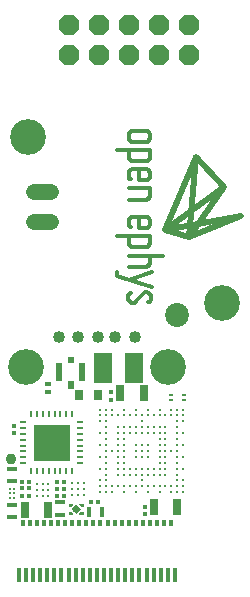
<source format=gts>
G75*
%MOIN*%
%OFA0B0*%
%FSLAX25Y25*%
%IPPOS*%
%LPD*%
%AMOC8*
5,1,8,0,0,1.08239X$1,22.5*
%
%ADD10C,0.04016*%
%ADD11R,0.01654X0.01260*%
%ADD12R,0.03228X0.01654*%
%ADD13R,0.01654X0.03228*%
%ADD14R,0.05984X0.09921*%
%ADD15C,0.00200*%
%ADD16R,0.12283X0.12283*%
%ADD17R,0.01063X0.02441*%
%ADD18R,0.02441X0.01063*%
%ADD19R,0.02047X0.02835*%
%ADD20R,0.02441X0.05984*%
%ADD21R,0.02047X0.02441*%
%ADD22R,0.02441X0.01457*%
%ADD23C,0.01063*%
%ADD24R,0.01457X0.00866*%
%ADD25R,0.01260X0.05000*%
%ADD26R,0.01260X0.02441*%
%ADD27OC8,0.06679*%
%ADD28C,0.03622*%
%ADD29C,0.05479*%
%ADD30C,0.07953*%
%ADD31C,0.02165*%
%ADD32C,0.01417*%
%ADD33R,0.02835X0.05197*%
%ADD34R,0.01260X0.01654*%
%ADD35R,0.02835X0.03622*%
%ADD36C,0.01197*%
%ADD37C,0.11890*%
D10*
X0185205Y0129300D03*
X0191701Y0129300D03*
X0198197Y0129300D03*
X0204103Y0129300D03*
X0210599Y0129300D03*
D11*
X0202607Y0110993D03*
X0202607Y0108630D03*
X0170441Y0099772D03*
X0170441Y0097410D03*
X0213945Y0072804D03*
X0213945Y0070441D03*
D12*
X0169575Y0069365D03*
X0169575Y0073565D03*
X0169654Y0081333D03*
X0169654Y0085533D03*
X0185756Y0074313D03*
X0185756Y0070113D03*
D13*
X0195507Y0071111D03*
X0199707Y0071111D03*
D14*
X0200166Y0119260D03*
X0210402Y0119260D03*
D15*
X0193217Y0073807D02*
X0193217Y0073178D01*
X0192626Y0073178D01*
X0191996Y0073807D01*
X0193217Y0073807D01*
X0193217Y0073782D02*
X0192022Y0073782D01*
X0192220Y0073583D02*
X0193217Y0073583D01*
X0193217Y0073385D02*
X0192419Y0073385D01*
X0192618Y0073186D02*
X0193217Y0073186D01*
X0192250Y0072213D02*
X0190914Y0073549D01*
X0189578Y0072213D01*
X0190914Y0070877D01*
X0192250Y0072213D01*
X0192231Y0072194D02*
X0189597Y0072194D01*
X0189757Y0072392D02*
X0192071Y0072392D01*
X0191872Y0072591D02*
X0189955Y0072591D01*
X0190154Y0072789D02*
X0191674Y0072789D01*
X0191475Y0072988D02*
X0190352Y0072988D01*
X0190551Y0073186D02*
X0191277Y0073186D01*
X0191078Y0073385D02*
X0190749Y0073385D01*
X0189831Y0073807D02*
X0189201Y0073178D01*
X0188611Y0073178D01*
X0188611Y0073807D01*
X0189831Y0073807D01*
X0189806Y0073782D02*
X0188611Y0073782D01*
X0188611Y0073583D02*
X0189607Y0073583D01*
X0189409Y0073385D02*
X0188611Y0073385D01*
X0188611Y0073186D02*
X0189210Y0073186D01*
X0189795Y0071995D02*
X0192032Y0071995D01*
X0191834Y0071797D02*
X0189994Y0071797D01*
X0190192Y0071598D02*
X0191635Y0071598D01*
X0191437Y0071400D02*
X0190391Y0071400D01*
X0190589Y0071201D02*
X0191238Y0071201D01*
X0191040Y0071003D02*
X0190788Y0071003D01*
X0189831Y0070619D02*
X0189201Y0071248D01*
X0188611Y0071248D01*
X0188611Y0070619D01*
X0189831Y0070619D01*
X0189645Y0070804D02*
X0188611Y0070804D01*
X0188611Y0071003D02*
X0189447Y0071003D01*
X0189248Y0071201D02*
X0188611Y0071201D01*
X0191996Y0070619D02*
X0192626Y0071248D01*
X0193217Y0071248D01*
X0193217Y0070619D01*
X0191996Y0070619D01*
X0192182Y0070804D02*
X0193217Y0070804D01*
X0193217Y0071003D02*
X0192381Y0071003D01*
X0192579Y0071201D02*
X0193217Y0071201D01*
D16*
X0182882Y0094260D03*
D17*
X0181898Y0084811D03*
X0179930Y0084811D03*
X0177961Y0084811D03*
X0175993Y0084811D03*
X0183867Y0084811D03*
X0185835Y0084811D03*
X0187804Y0084811D03*
X0189772Y0084811D03*
X0189772Y0103709D03*
X0187804Y0103709D03*
X0185835Y0103709D03*
X0183867Y0103709D03*
X0181898Y0103709D03*
X0179930Y0103709D03*
X0177961Y0103709D03*
X0175993Y0103709D03*
D18*
X0173433Y0101150D03*
X0173433Y0099181D03*
X0173433Y0097213D03*
X0173433Y0095244D03*
X0173433Y0093276D03*
X0173433Y0091307D03*
X0173433Y0089339D03*
X0173433Y0087370D03*
X0192331Y0087370D03*
X0192331Y0089339D03*
X0192331Y0091307D03*
X0192331Y0093276D03*
X0192331Y0095244D03*
X0192331Y0097213D03*
X0192331Y0099181D03*
X0192331Y0101150D03*
D19*
X0189221Y0113552D03*
D20*
X0193158Y0117882D03*
X0185284Y0117882D03*
D21*
X0189221Y0121819D03*
D22*
X0181819Y0113650D03*
X0181819Y0111091D03*
D23*
X0199181Y0105284D03*
X0199181Y0103315D03*
X0199181Y0101347D03*
X0201150Y0101347D03*
X0201150Y0103315D03*
X0203119Y0103315D03*
X0205087Y0103315D03*
X0207056Y0103315D03*
X0209024Y0103315D03*
X0210993Y0103315D03*
X0212961Y0103315D03*
X0212961Y0101347D03*
X0212961Y0099378D03*
X0212961Y0097410D03*
X0210993Y0097410D03*
X0210993Y0099378D03*
X0209024Y0099378D03*
X0209024Y0097410D03*
X0207056Y0097410D03*
X0207056Y0099378D03*
X0205087Y0099378D03*
X0205087Y0097410D03*
X0205087Y0095441D03*
X0205087Y0093473D03*
X0207056Y0093473D03*
X0207056Y0095441D03*
X0210993Y0093473D03*
X0212961Y0093473D03*
X0214930Y0093473D03*
X0214930Y0091504D03*
X0214930Y0089536D03*
X0212961Y0089536D03*
X0212961Y0091504D03*
X0210993Y0091504D03*
X0210993Y0089536D03*
X0207056Y0089536D03*
X0207056Y0091504D03*
X0205087Y0091504D03*
X0205087Y0089536D03*
X0205087Y0087567D03*
X0205087Y0085599D03*
X0207056Y0085599D03*
X0209024Y0085599D03*
X0210993Y0085599D03*
X0212961Y0085599D03*
X0214930Y0085599D03*
X0216898Y0085599D03*
X0218867Y0085599D03*
X0220835Y0085599D03*
X0220835Y0087567D03*
X0218867Y0087567D03*
X0218867Y0089536D03*
X0220835Y0089536D03*
X0220835Y0091504D03*
X0218867Y0091504D03*
X0218867Y0093473D03*
X0220835Y0093473D03*
X0220835Y0095441D03*
X0218867Y0095441D03*
X0218867Y0097410D03*
X0220835Y0097410D03*
X0220835Y0099378D03*
X0218867Y0099378D03*
X0216898Y0099378D03*
X0216898Y0097410D03*
X0214930Y0097410D03*
X0214930Y0099378D03*
X0214930Y0103315D03*
X0216898Y0103315D03*
X0218867Y0103315D03*
X0220835Y0103315D03*
X0222804Y0103315D03*
X0224772Y0103315D03*
X0224772Y0101347D03*
X0226741Y0101347D03*
X0226741Y0103315D03*
X0226741Y0105284D03*
X0224772Y0105284D03*
X0222804Y0105284D03*
X0218867Y0105284D03*
X0214930Y0105284D03*
X0210993Y0105284D03*
X0207056Y0105284D03*
X0203119Y0105284D03*
X0201150Y0105284D03*
X0201150Y0099378D03*
X0201150Y0097410D03*
X0199181Y0097410D03*
X0201150Y0095441D03*
X0201150Y0093473D03*
X0199181Y0093473D03*
X0201150Y0091504D03*
X0201150Y0089536D03*
X0199181Y0089536D03*
X0201150Y0087567D03*
X0201150Y0085599D03*
X0199181Y0085599D03*
X0201150Y0083630D03*
X0201150Y0081662D03*
X0199181Y0081662D03*
X0199181Y0079693D03*
X0199181Y0077725D03*
X0201150Y0077725D03*
X0201150Y0079693D03*
X0203119Y0079693D03*
X0205087Y0079693D03*
X0207056Y0079693D03*
X0209024Y0079693D03*
X0210993Y0079693D03*
X0212961Y0079693D03*
X0214930Y0079693D03*
X0216898Y0079693D03*
X0218867Y0079693D03*
X0220835Y0079693D03*
X0222804Y0079693D03*
X0224772Y0079693D03*
X0224772Y0077725D03*
X0222804Y0077725D03*
X0226741Y0077725D03*
X0226741Y0079693D03*
X0226741Y0081662D03*
X0224772Y0081662D03*
X0224772Y0083630D03*
X0224772Y0085599D03*
X0224772Y0087567D03*
X0224772Y0089536D03*
X0224772Y0091504D03*
X0222804Y0091504D03*
X0224772Y0093473D03*
X0224772Y0095441D03*
X0224772Y0097410D03*
X0224772Y0099378D03*
X0226741Y0097410D03*
X0226741Y0093473D03*
X0226741Y0089536D03*
X0226741Y0085599D03*
X0220835Y0083630D03*
X0218867Y0083630D03*
X0216898Y0083630D03*
X0214930Y0083630D03*
X0212961Y0083630D03*
X0212961Y0081662D03*
X0210993Y0083630D03*
X0209024Y0083630D03*
X0207056Y0083630D03*
X0205087Y0083630D03*
X0207056Y0087567D03*
X0203119Y0091504D03*
X0193670Y0080874D03*
X0193670Y0078906D03*
X0193670Y0076937D03*
X0191701Y0076937D03*
X0189733Y0076937D03*
X0189733Y0078906D03*
X0191701Y0078906D03*
X0191701Y0080874D03*
X0189733Y0080874D03*
X0181859Y0080481D03*
X0181859Y0078512D03*
X0181859Y0076544D03*
X0179890Y0076544D03*
X0179890Y0078512D03*
X0177922Y0078512D03*
X0177922Y0076544D03*
X0177922Y0080481D03*
X0179890Y0080481D03*
X0203119Y0077725D03*
X0207056Y0077725D03*
X0210993Y0077725D03*
X0214930Y0077725D03*
X0218867Y0077725D03*
D24*
X0222607Y0108630D03*
X0222607Y0110205D03*
X0226937Y0110205D03*
X0226937Y0108630D03*
D25*
X0223985Y0050040D03*
X0221622Y0050040D03*
X0219260Y0050040D03*
X0216898Y0050040D03*
X0214536Y0050040D03*
X0212174Y0050040D03*
X0209811Y0050040D03*
X0207449Y0050040D03*
X0205087Y0050040D03*
X0202725Y0050040D03*
X0200363Y0050040D03*
X0198000Y0050040D03*
X0195638Y0050040D03*
X0193276Y0050040D03*
X0190914Y0050040D03*
X0188552Y0050040D03*
X0186189Y0050040D03*
X0183827Y0050040D03*
X0181465Y0050040D03*
X0179103Y0050040D03*
X0176741Y0050040D03*
X0174378Y0050040D03*
X0172016Y0050040D03*
D26*
X0173197Y0067363D03*
X0175559Y0067363D03*
X0177922Y0067363D03*
X0180284Y0067363D03*
X0182646Y0067363D03*
X0185008Y0067363D03*
X0187370Y0067363D03*
X0189733Y0067363D03*
X0192095Y0067363D03*
X0194457Y0067363D03*
X0196819Y0067363D03*
X0199181Y0067363D03*
X0201544Y0067363D03*
X0203906Y0067363D03*
X0206268Y0067363D03*
X0208630Y0067363D03*
X0210993Y0067363D03*
X0213355Y0067363D03*
X0215717Y0067363D03*
X0218079Y0067363D03*
X0220441Y0067363D03*
X0222804Y0067363D03*
D27*
X0218630Y0223512D03*
X0228630Y0223512D03*
X0228630Y0233512D03*
X0218630Y0233512D03*
X0208630Y0233512D03*
X0198630Y0233512D03*
X0188630Y0233512D03*
X0188630Y0223512D03*
X0198630Y0223512D03*
X0208630Y0223512D03*
D28*
X0169496Y0088670D03*
D29*
X0177190Y0167882D02*
X0182590Y0167882D01*
X0182590Y0177882D02*
X0177190Y0177882D01*
D30*
X0224772Y0136780D03*
D31*
X0228709Y0162764D02*
X0240520Y0179300D01*
X0220835Y0165126D01*
X0246032Y0169851D01*
X0228709Y0162764D01*
X0220835Y0165126D01*
X0231071Y0189536D01*
X0240520Y0179300D01*
X0231071Y0189536D02*
X0228709Y0162764D01*
D32*
X0219969Y0156622D02*
X0208788Y0156622D01*
X0210126Y0159457D02*
X0214221Y0159457D01*
X0214295Y0159459D01*
X0214369Y0159465D01*
X0214443Y0159474D01*
X0214516Y0159488D01*
X0214588Y0159505D01*
X0214659Y0159526D01*
X0214729Y0159551D01*
X0214797Y0159580D01*
X0214864Y0159611D01*
X0214930Y0159647D01*
X0214993Y0159686D01*
X0215054Y0159728D01*
X0215113Y0159773D01*
X0215169Y0159821D01*
X0215223Y0159872D01*
X0215274Y0159926D01*
X0215322Y0159982D01*
X0215367Y0160041D01*
X0215409Y0160102D01*
X0215448Y0160166D01*
X0215484Y0160231D01*
X0215515Y0160298D01*
X0215544Y0160366D01*
X0215569Y0160436D01*
X0215590Y0160507D01*
X0215607Y0160579D01*
X0215621Y0160652D01*
X0215630Y0160726D01*
X0215636Y0160800D01*
X0215638Y0160874D01*
X0215638Y0163237D01*
X0208709Y0163237D01*
X0208709Y0160874D01*
X0208711Y0160800D01*
X0208717Y0160726D01*
X0208726Y0160652D01*
X0208740Y0160579D01*
X0208757Y0160507D01*
X0208778Y0160436D01*
X0208803Y0160366D01*
X0208832Y0160298D01*
X0208863Y0160231D01*
X0208899Y0160166D01*
X0208938Y0160102D01*
X0208980Y0160041D01*
X0209025Y0159982D01*
X0209073Y0159926D01*
X0209124Y0159872D01*
X0209178Y0159821D01*
X0209234Y0159773D01*
X0209293Y0159728D01*
X0209354Y0159686D01*
X0209418Y0159647D01*
X0209483Y0159611D01*
X0209550Y0159580D01*
X0209618Y0159551D01*
X0209688Y0159526D01*
X0209759Y0159505D01*
X0209831Y0159488D01*
X0209904Y0159474D01*
X0209978Y0159465D01*
X0210052Y0159459D01*
X0210126Y0159457D01*
X0208630Y0163237D02*
X0204536Y0163237D01*
X0208709Y0166701D02*
X0208709Y0168119D01*
X0208711Y0168193D01*
X0208717Y0168267D01*
X0208726Y0168341D01*
X0208740Y0168414D01*
X0208757Y0168486D01*
X0208778Y0168557D01*
X0208803Y0168627D01*
X0208832Y0168695D01*
X0208863Y0168762D01*
X0208899Y0168828D01*
X0208938Y0168891D01*
X0208980Y0168952D01*
X0209025Y0169011D01*
X0209073Y0169067D01*
X0209124Y0169121D01*
X0209178Y0169172D01*
X0209234Y0169220D01*
X0209293Y0169265D01*
X0209354Y0169307D01*
X0209418Y0169346D01*
X0209483Y0169382D01*
X0209550Y0169413D01*
X0209618Y0169442D01*
X0209688Y0169467D01*
X0209759Y0169488D01*
X0209831Y0169505D01*
X0209904Y0169519D01*
X0209978Y0169528D01*
X0210052Y0169534D01*
X0210126Y0169536D01*
X0214221Y0169536D01*
X0214295Y0169534D01*
X0214369Y0169528D01*
X0214443Y0169519D01*
X0214516Y0169505D01*
X0214588Y0169488D01*
X0214659Y0169467D01*
X0214729Y0169442D01*
X0214797Y0169413D01*
X0214864Y0169382D01*
X0214930Y0169346D01*
X0214993Y0169307D01*
X0215054Y0169265D01*
X0215113Y0169220D01*
X0215169Y0169172D01*
X0215223Y0169121D01*
X0215274Y0169067D01*
X0215322Y0169011D01*
X0215367Y0168952D01*
X0215409Y0168891D01*
X0215448Y0168828D01*
X0215484Y0168762D01*
X0215515Y0168695D01*
X0215544Y0168627D01*
X0215569Y0168557D01*
X0215590Y0168486D01*
X0215607Y0168414D01*
X0215621Y0168341D01*
X0215630Y0168267D01*
X0215636Y0168193D01*
X0215638Y0168119D01*
X0215638Y0167174D01*
X0215636Y0167100D01*
X0215630Y0167026D01*
X0215621Y0166952D01*
X0215607Y0166879D01*
X0215590Y0166807D01*
X0215569Y0166736D01*
X0215544Y0166666D01*
X0215515Y0166598D01*
X0215484Y0166531D01*
X0215448Y0166466D01*
X0215409Y0166402D01*
X0215367Y0166341D01*
X0215322Y0166282D01*
X0215274Y0166226D01*
X0215223Y0166172D01*
X0215169Y0166121D01*
X0215113Y0166073D01*
X0215054Y0166028D01*
X0214993Y0165986D01*
X0214930Y0165947D01*
X0214864Y0165911D01*
X0214797Y0165880D01*
X0214729Y0165851D01*
X0214659Y0165826D01*
X0214588Y0165805D01*
X0214516Y0165788D01*
X0214443Y0165774D01*
X0214369Y0165765D01*
X0214295Y0165759D01*
X0214221Y0165757D01*
X0214063Y0165756D02*
X0212174Y0165756D01*
X0212174Y0169063D01*
X0209260Y0166150D02*
X0209214Y0166152D01*
X0209169Y0166158D01*
X0209125Y0166167D01*
X0209081Y0166180D01*
X0209039Y0166196D01*
X0208998Y0166216D01*
X0208959Y0166240D01*
X0208922Y0166266D01*
X0208887Y0166296D01*
X0208855Y0166328D01*
X0208825Y0166363D01*
X0208799Y0166400D01*
X0208775Y0166439D01*
X0208755Y0166480D01*
X0208739Y0166522D01*
X0208726Y0166566D01*
X0208717Y0166610D01*
X0208711Y0166655D01*
X0208709Y0166701D01*
X0208709Y0175205D02*
X0214221Y0175205D01*
X0214295Y0175207D01*
X0214369Y0175213D01*
X0214443Y0175222D01*
X0214516Y0175236D01*
X0214588Y0175253D01*
X0214659Y0175274D01*
X0214729Y0175299D01*
X0214797Y0175328D01*
X0214864Y0175359D01*
X0214930Y0175395D01*
X0214993Y0175434D01*
X0215054Y0175476D01*
X0215113Y0175521D01*
X0215169Y0175569D01*
X0215223Y0175620D01*
X0215274Y0175674D01*
X0215322Y0175730D01*
X0215367Y0175789D01*
X0215409Y0175850D01*
X0215448Y0175914D01*
X0215484Y0175979D01*
X0215515Y0176046D01*
X0215544Y0176114D01*
X0215569Y0176184D01*
X0215590Y0176255D01*
X0215607Y0176327D01*
X0215621Y0176400D01*
X0215630Y0176474D01*
X0215636Y0176548D01*
X0215638Y0176622D01*
X0215638Y0178985D01*
X0208709Y0178985D01*
X0208709Y0182607D02*
X0208709Y0184024D01*
X0208711Y0184098D01*
X0208717Y0184172D01*
X0208726Y0184246D01*
X0208740Y0184319D01*
X0208757Y0184391D01*
X0208778Y0184462D01*
X0208803Y0184532D01*
X0208832Y0184600D01*
X0208863Y0184667D01*
X0208899Y0184733D01*
X0208938Y0184796D01*
X0208980Y0184857D01*
X0209025Y0184916D01*
X0209073Y0184972D01*
X0209124Y0185026D01*
X0209178Y0185077D01*
X0209234Y0185125D01*
X0209293Y0185170D01*
X0209354Y0185212D01*
X0209418Y0185251D01*
X0209483Y0185287D01*
X0209550Y0185318D01*
X0209618Y0185347D01*
X0209688Y0185372D01*
X0209759Y0185393D01*
X0209831Y0185410D01*
X0209904Y0185424D01*
X0209978Y0185433D01*
X0210052Y0185439D01*
X0210126Y0185441D01*
X0214221Y0185441D01*
X0214295Y0185439D01*
X0214369Y0185433D01*
X0214443Y0185424D01*
X0214516Y0185410D01*
X0214588Y0185393D01*
X0214659Y0185372D01*
X0214729Y0185347D01*
X0214797Y0185318D01*
X0214864Y0185287D01*
X0214930Y0185251D01*
X0214993Y0185212D01*
X0215054Y0185170D01*
X0215113Y0185125D01*
X0215169Y0185077D01*
X0215223Y0185026D01*
X0215274Y0184972D01*
X0215322Y0184916D01*
X0215367Y0184857D01*
X0215409Y0184796D01*
X0215448Y0184733D01*
X0215484Y0184667D01*
X0215515Y0184600D01*
X0215544Y0184532D01*
X0215569Y0184462D01*
X0215590Y0184391D01*
X0215607Y0184319D01*
X0215621Y0184246D01*
X0215630Y0184172D01*
X0215636Y0184098D01*
X0215638Y0184024D01*
X0215638Y0183079D01*
X0215636Y0183005D01*
X0215630Y0182931D01*
X0215621Y0182857D01*
X0215607Y0182784D01*
X0215590Y0182712D01*
X0215569Y0182641D01*
X0215544Y0182571D01*
X0215515Y0182503D01*
X0215484Y0182436D01*
X0215448Y0182371D01*
X0215409Y0182307D01*
X0215367Y0182246D01*
X0215322Y0182187D01*
X0215274Y0182131D01*
X0215223Y0182077D01*
X0215169Y0182026D01*
X0215113Y0181978D01*
X0215054Y0181933D01*
X0214993Y0181891D01*
X0214930Y0181852D01*
X0214864Y0181816D01*
X0214797Y0181785D01*
X0214729Y0181756D01*
X0214659Y0181731D01*
X0214588Y0181710D01*
X0214516Y0181693D01*
X0214443Y0181679D01*
X0214369Y0181670D01*
X0214295Y0181664D01*
X0214221Y0181662D01*
X0214063Y0181662D02*
X0212174Y0181662D01*
X0212174Y0184969D01*
X0214221Y0188040D02*
X0210126Y0188040D01*
X0210052Y0188042D01*
X0209978Y0188048D01*
X0209904Y0188057D01*
X0209831Y0188071D01*
X0209759Y0188088D01*
X0209688Y0188109D01*
X0209618Y0188134D01*
X0209550Y0188163D01*
X0209483Y0188194D01*
X0209418Y0188230D01*
X0209354Y0188269D01*
X0209293Y0188311D01*
X0209234Y0188356D01*
X0209178Y0188404D01*
X0209124Y0188455D01*
X0209073Y0188509D01*
X0209025Y0188565D01*
X0208980Y0188624D01*
X0208938Y0188685D01*
X0208899Y0188749D01*
X0208863Y0188814D01*
X0208832Y0188881D01*
X0208803Y0188949D01*
X0208778Y0189019D01*
X0208757Y0189090D01*
X0208740Y0189162D01*
X0208726Y0189235D01*
X0208717Y0189309D01*
X0208711Y0189383D01*
X0208709Y0189457D01*
X0208709Y0191819D01*
X0215638Y0191819D01*
X0215638Y0189457D01*
X0215636Y0189383D01*
X0215630Y0189309D01*
X0215621Y0189235D01*
X0215607Y0189162D01*
X0215590Y0189090D01*
X0215569Y0189019D01*
X0215544Y0188949D01*
X0215515Y0188881D01*
X0215484Y0188814D01*
X0215448Y0188749D01*
X0215409Y0188685D01*
X0215367Y0188624D01*
X0215322Y0188565D01*
X0215274Y0188509D01*
X0215223Y0188455D01*
X0215169Y0188404D01*
X0215113Y0188356D01*
X0215054Y0188311D01*
X0214993Y0188269D01*
X0214930Y0188230D01*
X0214864Y0188194D01*
X0214797Y0188163D01*
X0214729Y0188134D01*
X0214659Y0188109D01*
X0214588Y0188088D01*
X0214516Y0188071D01*
X0214443Y0188057D01*
X0214369Y0188048D01*
X0214295Y0188042D01*
X0214221Y0188040D01*
X0214221Y0194457D02*
X0210126Y0194457D01*
X0210052Y0194459D01*
X0209978Y0194465D01*
X0209904Y0194474D01*
X0209831Y0194488D01*
X0209759Y0194505D01*
X0209688Y0194526D01*
X0209618Y0194551D01*
X0209550Y0194580D01*
X0209483Y0194611D01*
X0209418Y0194647D01*
X0209354Y0194686D01*
X0209293Y0194728D01*
X0209234Y0194773D01*
X0209178Y0194821D01*
X0209124Y0194872D01*
X0209073Y0194926D01*
X0209025Y0194982D01*
X0208980Y0195041D01*
X0208938Y0195102D01*
X0208899Y0195166D01*
X0208863Y0195231D01*
X0208832Y0195298D01*
X0208803Y0195366D01*
X0208778Y0195436D01*
X0208757Y0195507D01*
X0208740Y0195579D01*
X0208726Y0195652D01*
X0208717Y0195726D01*
X0208711Y0195800D01*
X0208709Y0195874D01*
X0208709Y0195993D02*
X0208709Y0196741D01*
X0208709Y0196780D02*
X0208711Y0196854D01*
X0208717Y0196928D01*
X0208726Y0197002D01*
X0208740Y0197075D01*
X0208757Y0197147D01*
X0208778Y0197218D01*
X0208803Y0197288D01*
X0208832Y0197356D01*
X0208863Y0197423D01*
X0208899Y0197489D01*
X0208938Y0197552D01*
X0208980Y0197613D01*
X0209025Y0197672D01*
X0209073Y0197728D01*
X0209124Y0197782D01*
X0209178Y0197833D01*
X0209234Y0197881D01*
X0209293Y0197926D01*
X0209354Y0197968D01*
X0209418Y0198007D01*
X0209483Y0198043D01*
X0209550Y0198074D01*
X0209618Y0198103D01*
X0209688Y0198128D01*
X0209759Y0198149D01*
X0209831Y0198166D01*
X0209904Y0198180D01*
X0209978Y0198189D01*
X0210052Y0198195D01*
X0210126Y0198197D01*
X0214221Y0198197D01*
X0214295Y0198195D01*
X0214369Y0198189D01*
X0214443Y0198180D01*
X0214516Y0198166D01*
X0214588Y0198149D01*
X0214659Y0198128D01*
X0214729Y0198103D01*
X0214797Y0198074D01*
X0214864Y0198043D01*
X0214930Y0198007D01*
X0214993Y0197968D01*
X0215054Y0197926D01*
X0215113Y0197881D01*
X0215169Y0197833D01*
X0215223Y0197782D01*
X0215274Y0197728D01*
X0215322Y0197672D01*
X0215367Y0197613D01*
X0215409Y0197552D01*
X0215448Y0197489D01*
X0215484Y0197423D01*
X0215515Y0197356D01*
X0215544Y0197288D01*
X0215569Y0197218D01*
X0215590Y0197147D01*
X0215607Y0197075D01*
X0215621Y0197002D01*
X0215630Y0196928D01*
X0215636Y0196854D01*
X0215638Y0196780D01*
X0215638Y0196662D02*
X0215638Y0195874D01*
X0215636Y0195800D01*
X0215630Y0195726D01*
X0215621Y0195652D01*
X0215607Y0195579D01*
X0215590Y0195507D01*
X0215569Y0195436D01*
X0215544Y0195366D01*
X0215515Y0195298D01*
X0215484Y0195231D01*
X0215448Y0195166D01*
X0215409Y0195102D01*
X0215367Y0195041D01*
X0215322Y0194982D01*
X0215274Y0194926D01*
X0215223Y0194872D01*
X0215169Y0194821D01*
X0215113Y0194773D01*
X0215054Y0194728D01*
X0214993Y0194686D01*
X0214930Y0194647D01*
X0214864Y0194611D01*
X0214797Y0194580D01*
X0214729Y0194551D01*
X0214659Y0194526D01*
X0214588Y0194505D01*
X0214516Y0194488D01*
X0214443Y0194474D01*
X0214369Y0194465D01*
X0214295Y0194459D01*
X0214221Y0194457D01*
X0208630Y0191819D02*
X0204536Y0191819D01*
X0208709Y0182607D02*
X0208711Y0182561D01*
X0208717Y0182516D01*
X0208726Y0182472D01*
X0208739Y0182428D01*
X0208755Y0182386D01*
X0208775Y0182345D01*
X0208799Y0182306D01*
X0208825Y0182269D01*
X0208855Y0182234D01*
X0208887Y0182202D01*
X0208922Y0182172D01*
X0208959Y0182146D01*
X0208998Y0182122D01*
X0209039Y0182102D01*
X0209081Y0182086D01*
X0209125Y0182073D01*
X0209169Y0182064D01*
X0209214Y0182058D01*
X0209260Y0182056D01*
X0215638Y0156071D02*
X0215638Y0154260D01*
X0215636Y0154186D01*
X0215630Y0154112D01*
X0215621Y0154038D01*
X0215607Y0153965D01*
X0215590Y0153893D01*
X0215569Y0153822D01*
X0215544Y0153752D01*
X0215515Y0153684D01*
X0215484Y0153617D01*
X0215448Y0153552D01*
X0215409Y0153488D01*
X0215367Y0153427D01*
X0215322Y0153368D01*
X0215274Y0153312D01*
X0215223Y0153258D01*
X0215169Y0153207D01*
X0215113Y0153159D01*
X0215054Y0153114D01*
X0214993Y0153072D01*
X0214930Y0153033D01*
X0214864Y0152997D01*
X0214797Y0152966D01*
X0214729Y0152937D01*
X0214659Y0152912D01*
X0214588Y0152891D01*
X0214516Y0152874D01*
X0214443Y0152860D01*
X0214369Y0152851D01*
X0214295Y0152845D01*
X0214221Y0152843D01*
X0208709Y0152764D01*
X0208788Y0148433D02*
X0216347Y0151032D01*
X0216347Y0145993D02*
X0205717Y0149300D01*
X0205559Y0149378D02*
X0204772Y0149930D01*
X0204615Y0150638D01*
X0204615Y0151032D01*
X0209103Y0144181D02*
X0209260Y0144181D01*
X0209103Y0144181D02*
X0208867Y0144024D01*
X0208630Y0143630D01*
X0208473Y0143315D01*
X0208473Y0143237D02*
X0208473Y0142292D01*
X0208475Y0142218D01*
X0208481Y0142144D01*
X0208490Y0142070D01*
X0208504Y0141997D01*
X0208521Y0141925D01*
X0208542Y0141854D01*
X0208567Y0141784D01*
X0208596Y0141716D01*
X0208627Y0141649D01*
X0208663Y0141584D01*
X0208702Y0141520D01*
X0208744Y0141459D01*
X0208789Y0141400D01*
X0208837Y0141344D01*
X0208888Y0141290D01*
X0208942Y0141239D01*
X0208998Y0141191D01*
X0209057Y0141146D01*
X0209118Y0141104D01*
X0209182Y0141065D01*
X0209247Y0141029D01*
X0209314Y0140998D01*
X0209382Y0140969D01*
X0209452Y0140944D01*
X0209523Y0140923D01*
X0209595Y0140906D01*
X0209668Y0140892D01*
X0209742Y0140883D01*
X0209816Y0140877D01*
X0209890Y0140875D01*
X0209969Y0140874D02*
X0210363Y0140874D01*
X0210756Y0140953D01*
X0211465Y0141662D01*
X0212410Y0142922D01*
X0212252Y0142685D02*
X0213197Y0143945D01*
X0213670Y0144260D01*
X0214063Y0144339D01*
X0214457Y0144339D01*
X0214536Y0144339D02*
X0214610Y0144337D01*
X0214684Y0144331D01*
X0214758Y0144322D01*
X0214831Y0144308D01*
X0214903Y0144291D01*
X0214974Y0144270D01*
X0215044Y0144245D01*
X0215112Y0144216D01*
X0215179Y0144185D01*
X0215245Y0144149D01*
X0215308Y0144110D01*
X0215369Y0144068D01*
X0215428Y0144023D01*
X0215484Y0143975D01*
X0215538Y0143924D01*
X0215589Y0143870D01*
X0215637Y0143814D01*
X0215682Y0143755D01*
X0215724Y0143694D01*
X0215763Y0143631D01*
X0215799Y0143565D01*
X0215830Y0143498D01*
X0215859Y0143430D01*
X0215884Y0143360D01*
X0215905Y0143289D01*
X0215922Y0143217D01*
X0215936Y0143144D01*
X0215945Y0143070D01*
X0215951Y0142996D01*
X0215953Y0142922D01*
X0215953Y0141977D01*
X0215953Y0141898D02*
X0215796Y0141583D01*
X0215559Y0141189D01*
X0215323Y0141032D01*
X0215166Y0141032D01*
D33*
X0213552Y0110796D03*
X0205678Y0110796D03*
X0216898Y0072804D03*
X0224772Y0072804D03*
X0181859Y0071819D03*
X0173985Y0071819D03*
D34*
X0173000Y0076544D03*
X0175363Y0076544D03*
X0175363Y0079103D03*
X0175363Y0081268D03*
X0173000Y0081268D03*
X0173000Y0079103D03*
X0184615Y0078906D03*
X0186977Y0078906D03*
X0186977Y0081268D03*
X0184615Y0081268D03*
X0184615Y0076544D03*
X0186977Y0076544D03*
X0196032Y0074378D03*
X0198394Y0074378D03*
D35*
X0198473Y0110008D03*
X0192016Y0110008D03*
D36*
X0170441Y0078906D03*
X0168867Y0078906D03*
X0168867Y0077331D03*
X0170441Y0077331D03*
X0170441Y0075756D03*
X0168867Y0075756D03*
D37*
X0174378Y0119457D03*
X0221622Y0119457D03*
X0239733Y0140717D03*
X0175166Y0196229D03*
M02*

</source>
